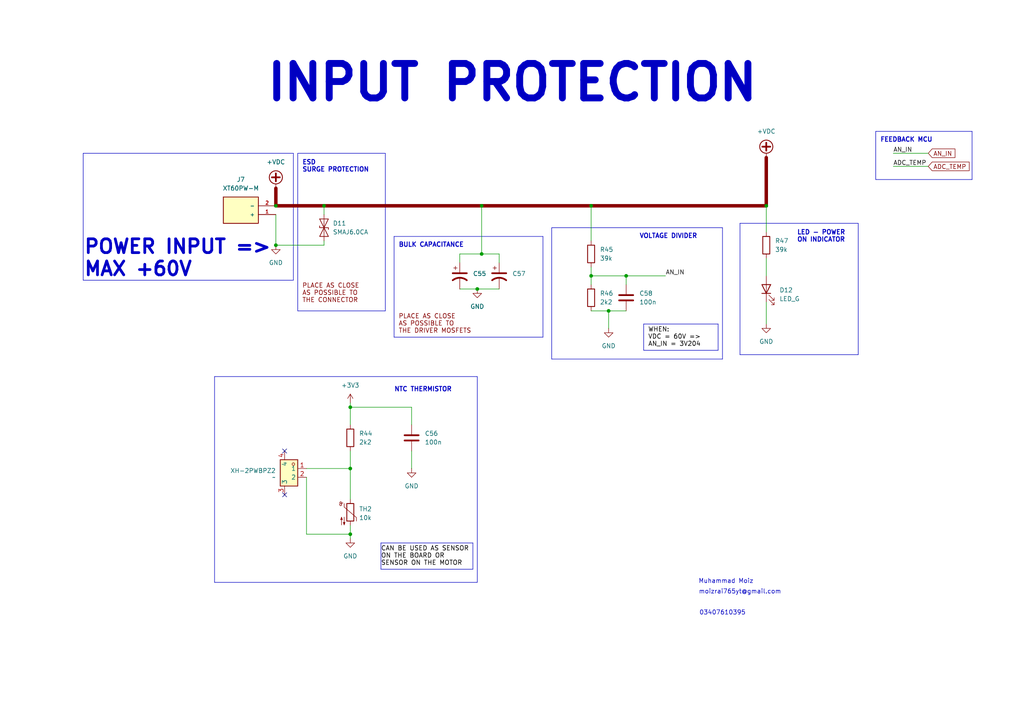
<source format=kicad_sch>
(kicad_sch (version 20231120) (generator "eeschema") (generator_version "8.0")
  (paper "A4")
  (title_block (title "INPUT PROTECTION") (date "2025-02-03") (rev "rev01_1") (company "coVenture"))
  (lib_symbols
    (symbol "Device:C" (pin_numbers hide) (pin_names (offset 0.254))
      (property "Reference" "C" (at 0.635 2.54 0))
      (property "Value" "C" (at 0.635 -2.54 0))
      (symbol "C_0_1"
        (polyline (pts (xy -2.032 -0.762) (xy 2.032 -0.762)) (stroke (width 0.508)))
        (polyline (pts (xy -2.032 0.762) (xy 2.032 0.762)) (stroke (width 0.508)))
      )
      (symbol "C_1_1"
        (pin passive line (at 0 3.81 270) (length 2.794) (name "~") (number "1"))
        (pin passive line (at 0 -3.81 90) (length 2.794) (name "~") (number "2"))
      )
    )
    (symbol "Device:C_Polarized_US" (pin_numbers hide) (pin_names (offset 0.254) hide)
      (property "Reference" "C" (at 0.635 2.54 0))
      (property "Value" "C_Polarized_US" (at 0.635 -2.54 0))
      (symbol "C_Polarized_US_0_1"
        (polyline (pts (xy -2.032 0.762) (xy 2.032 0.762)) (stroke (width 0.508)))
        (polyline (pts (xy -1.778 2.286) (xy -0.762 2.286)))
        (polyline (pts (xy -1.27 1.778) (xy -1.27 2.794)))
        (arc (start 2.032 -1.27) (mid 0 -0.5572) (end -2.032 -1.27) (stroke (width 0.508)))
      )
      (symbol "C_Polarized_US_1_1"
        (pin passive line (at 0 3.81 270) (length 2.794) (name "~") (number "1"))
        (pin passive line (at 0 -3.81 90) (length 3.302) (name "~") (number "2"))
      )
    )
    (symbol "Device:LED" (pin_numbers hide) (pin_names (offset 1.016) hide)
      (property "Reference" "D" (at 0 2.54 0))
      (property "Value" "LED" (at 0 -2.54 0))
      (symbol "LED_0_1"
        (polyline (pts (xy -1.27 -1.27) (xy -1.27 1.27)) (stroke (width 0.254)))
        (polyline (pts (xy -1.27 0) (xy 1.27 0)))
        (polyline (pts (xy 1.27 -1.27) (xy 1.27 1.27) (xy -1.27 0) (xy 1.27 -1.27)) (stroke (width 0.254)))
        (polyline (pts (xy -3.048 -0.762) (xy -4.572 -2.286) (xy -3.81 -2.286) (xy -4.572 -2.286) (xy -4.572 -1.524)))
        (polyline (pts (xy -1.778 -0.762) (xy -3.302 -2.286) (xy -2.54 -2.286) (xy -3.302 -2.286) (xy -3.302 -1.524)))
      )
      (symbol "LED_1_1"
        (pin passive line (at -3.81 0 0) (length 2.54) (name "K") (number "1"))
        (pin passive line (at 3.81 0 180) (length 2.54) (name "A") (number "2"))
      )
    )
    (symbol "Device:R" (pin_numbers hide) (pin_names (offset 0))
      (property "Reference" "R" (at 2.032 0 90))
      (property "Value" "R" (at 0 0 90))
      (symbol "R_0_1"
        (rectangle (start -1.016 -2.54) (end 1.016 2.54) (stroke (width 0.254)))
      )
      (symbol "R_1_1"
        (pin passive line (at 0 3.81 270) (length 1.27) (name "~") (number "1"))
        (pin passive line (at 0 -3.81 90) (length 1.27) (name "~") (number "2"))
      )
    )
    (symbol "Device:Thermistor_NTC" (pin_numbers hide) (pin_names (offset 0))
      (property "Reference" "TH" (at -4.445 0 90))
      (property "Value" "Thermistor_NTC" (at 3.175 0 90))
      (symbol "Thermistor_NTC_0_1"
        (arc (start -3.048 2.159) (mid -3.0495 2.3143) (end -3.175 2.413))
        (arc (start -3.048 2.159) (mid -2.9736 1.9794) (end -2.794 1.905))
        (arc (start -3.048 2.794) (mid -2.9736 2.6144) (end -2.794 2.54))
        (arc (start -2.794 1.905) (mid -2.6144 1.9794) (end -2.54 2.159))
        (arc (start -2.794 2.54) (mid -2.4393 2.5587) (end -2.159 2.794))
        (arc (start -2.794 3.048) (mid -2.9736 2.9736) (end -3.048 2.794))
        (arc (start -2.54 2.794) (mid -2.6144 2.9736) (end -2.794 3.048))
        (rectangle (start -1.016 2.54) (end 1.016 -2.54) (stroke (width 0.254)))
        (polyline (pts (xy -2.54 2.159) (xy -2.54 2.794)))
        (polyline (pts (xy -1.778 2.54) (xy -1.778 1.524) (xy 1.778 -1.524) (xy 1.778 -2.54)))
        (polyline (pts (xy -2.54 -3.683) (xy -2.54 -1.397) (xy -2.794 -2.159) (xy -2.286 -2.159) (xy -2.54 -1.397) (xy -2.54 -1.651)) (fill (type outline)))
        (polyline (pts (xy -1.778 -1.397) (xy -1.778 -3.683) (xy -2.032 -2.921) (xy -1.524 -2.921) (xy -1.778 -3.683) (xy -1.778 -3.429)) (fill (type outline)))
      )
      (symbol "Thermistor_NTC_1_1"
        (pin passive line (at 0 3.81 270) (length 1.27) (name "~") (number "1"))
        (pin passive line (at 0 -3.81 90) (length 1.27) (name "~") (number "2"))
      )
    )
    (symbol "Diode:SMAJ6.0CA" (pin_numbers hide) (pin_names (offset 1.016) hide)
      (property "Reference" "D" (at 0 2.54 0))
      (property "Value" "SMAJ6.0CA" (at 0 -2.54 0))
      (symbol "SMAJ6.0CA_0_1"
        (polyline (pts (xy 1.27 0) (xy -1.27 0)))
        (polyline (pts (xy -2.54 -1.27) (xy 0 0) (xy -2.54 1.27) (xy -2.54 -1.27)) (stroke (width 0.2032)))
        (polyline (pts (xy 0.508 1.27) (xy 0 1.27) (xy 0 -1.27) (xy -0.508 -1.27)) (stroke (width 0.2032)))
        (polyline (pts (xy 2.54 1.27) (xy 2.54 -1.27) (xy 0 0) (xy 2.54 1.27)) (stroke (width 0.2032)))
      )
      (symbol "SMAJ6.0CA_1_1"
        (pin passive line (at -3.81 0 0) (length 2.54) (name "A1") (number "1"))
        (pin passive line (at 3.81 0 180) (length 2.54) (name "A2") (number "2"))
      )
    )
    (symbol "XH-2PWBPZ_1"
      (property "Reference" "XH-2PWBPZ" (at 0 1.524 0))
      (symbol "XH-2PWBPZ_1_0_1"
        (circle (center 6.35 -6.35) (radius 0.381))
      )
      (symbol "XH-2PWBPZ_1_1_1"
        (polyline (pts (xy 5.08 -5.08) (xy 5.08 -12.7) (xy 10.16 -12.7) (xy 10.16 -5.08) (xy 5.08 -5.08)) (stroke (width 0.254) (color 132 0 0 1)) (fill (type background)))
        (pin input line (at 2.54 -7.62 0) (length 2.54) (name "1") (number "1"))
        (pin input line (at 2.54 -10.16 0) (length 2.54) (name "2") (number "2"))
        (pin input line (at 8.89 -15.24 90) (length 2.54) (name "3") (number "3"))
        (pin input line (at 8.89 -2.54 270) (length 2.54) (name "4") (number "4"))
      )
    )
    (symbol "XT60PW-M:XT60PW-M" (pin_names (offset 1.016))
      (property "Reference" "J" (at -5.08 5.7234 0))
      (property "Value" "XT60PW-M" (at -5.08 -5.0923 0))
      (symbol "XT60PW-M_0_0"
        (rectangle (start -5.08 -2.54) (end 5.08 5.08) (stroke (width 0.254)) (fill (type background)))
        (pin passive line (at -10.16 2.54 0) (length 5.08) (name "+") (number "1"))
        (pin passive line (at -10.16 0 0) (length 5.08) (name "-") (number "2"))
      )
    )
    (symbol "power:+3V3" (power) (pin_numbers hide) (pin_names (offset 0) hide)
      (property "Value" "+3V3" (at 0 3.556 0))
      (symbol "+3V3_0_1"
        (polyline (pts (xy -0.762 1.27) (xy 0 2.54)))
        (polyline (pts (xy 0 0) (xy 0 2.54)))
        (polyline (pts (xy 0 2.54) (xy 0.762 1.27)))
      )
      (symbol "+3V3_1_1"
        (pin power_in line (at 0 0 90) (length 0) (name "~") (number "1"))
      )
    )
    (symbol "power:+VDC" (power) (pin_numbers hide) (pin_names (offset 0) hide)
      (property "Value" "+VDC" (at 0 6.35 0))
      (symbol "+VDC_0_1"
        (polyline (pts (xy -1.143 3.175) (xy 1.143 3.175)) (stroke (width 0.508)))
        (polyline (pts (xy 0 0) (xy 0 1.27)))
        (polyline (pts (xy 0 2.032) (xy 0 4.318)) (stroke (width 0.508)))
        (circle (center 0 3.175) (radius 1.905) (stroke (width 0.254)))
      )
      (symbol "+VDC_1_1"
        (pin power_in line (at 0 0 90) (length 0) (name "~") (number "1"))
      )
    )
    (symbol "power:GND" (power) (pin_numbers hide) (pin_names (offset 0) hide)
      (property "Value" "GND" (at 0 -3.81 0))
      (symbol "GND_0_1"
        (polyline (pts (xy 0 0) (xy 0 -1.27) (xy 1.27 -1.27) (xy 0 -2.54) (xy -1.27 -1.27) (xy 0 -1.27)))
      )
      (symbol "GND_1_1"
        (pin power_in line (at 0 0 270) (length 0) (name "~") (number "1"))
      )
    )
  )
  (junction (at 138.43 83.82))
  (junction (at 171.45 80.01))
  (junction (at 139.7 59.69))
  (junction (at 80.01 59.69))
  (junction (at 101.6 154.94))
  (junction (at 80.01 71.12))
  (junction (at 222.25 59.69))
  (junction (at 101.6 135.89))
  (junction (at 181.61 80.01))
  (junction (at 176.53 90.17))
  (junction (at 171.45 59.69))
  (junction (at 93.98 59.69))
  (junction (at 139.7 73.66))
  (junction (at 101.6 118.11))
  (no_connect (at 82.55 143.51))
  (no_connect (at 82.55 130.81))
  (wire (pts (xy 133.35 83.82) (xy 138.43 83.82)))
  (polyline (pts (xy 110.49 157.48) (xy 137.16 157.48)))
  (polyline (pts (xy 111.76 90.17) (xy 111.76 44.45)))
  (wire (pts (xy 93.98 69.85) (xy 93.98 71.12)))
  (wire (pts (xy 88.9 138.43) (xy 88.9 154.94)))
  (wire (pts (xy 88.9 154.94) (xy 101.6 154.94)))
  (polyline (pts (xy 86.36 44.45) (xy 111.76 44.45)))
  (wire (pts (xy 138.43 83.82) (xy 144.78 83.82)))
  (wire (pts (xy 133.35 76.2) (xy 133.35 73.66)))
  (wire (pts (xy 93.98 59.69) (xy 139.7 59.69)) (stroke (width 1) (color 132 0 0 1)))
  (wire (pts (xy 171.45 80.01) (xy 171.45 82.55)))
  (wire (pts (xy 222.25 59.69) (xy 222.25 67.31)))
  (wire (pts (xy 101.6 152.4) (xy 101.6 154.94)))
  (polyline (pts (xy 186.69 93.98) (xy 186.69 101.6)))
  (wire (pts (xy 144.78 73.66) (xy 144.78 76.2)))
  (polyline (pts (xy 214.63 64.77) (xy 214.63 102.87)))
  (wire (pts (xy 101.6 154.94) (xy 101.6 156.21)))
  (wire (pts (xy 222.25 87.63) (xy 222.25 93.98)))
  (polyline (pts (xy 254 52.07) (xy 281.94 52.07)))
  (polyline (pts (xy 85.09 81.28) (xy 85.09 44.45)))
  (wire (pts (xy 181.61 80.01) (xy 193.04 80.01)))
  (wire (pts (xy 80.01 62.23) (xy 80.01 71.12)))
  (polyline (pts (xy 110.49 165.1) (xy 137.16 165.1)))
  (wire (pts (xy 171.45 59.69) (xy 222.25 59.69)) (stroke (width 1) (color 132 0 0 1)))
  (polyline (pts (xy 254 38.1) (xy 281.94 38.1)))
  (wire (pts (xy 119.38 118.11) (xy 101.6 118.11)))
  (wire (pts (xy 259.08 48.26) (xy 269.24 48.26)))
  (polyline (pts (xy 209.55 104.14) (xy 209.55 66.04)))
  (polyline (pts (xy 186.69 101.6) (xy 208.28 101.6)))
  (wire (pts (xy 119.38 123.19) (xy 119.38 118.11)))
  (wire (pts (xy 176.53 90.17) (xy 181.61 90.17)))
  (wire (pts (xy 139.7 73.66) (xy 144.78 73.66)))
  (wire (pts (xy 133.35 73.66) (xy 139.7 73.66)))
  (polyline (pts (xy 186.69 93.98) (xy 208.28 93.98)))
  (polyline (pts (xy 62.23 109.22) (xy 62.23 168.91)))
  (polyline (pts (xy 138.43 168.91) (xy 138.43 109.22)))
  (wire (pts (xy 181.61 80.01) (xy 171.45 80.01)))
  (polyline (pts (xy 248.92 102.87) (xy 248.92 64.77)))
  (wire (pts (xy 88.9 135.89) (xy 101.6 135.89)))
  (polyline (pts (xy 160.02 66.04) (xy 160.02 104.14)))
  (polyline (pts (xy 24.13 81.28) (xy 85.09 81.28)))
  (polyline (pts (xy 24.13 44.45) (xy 24.13 81.28)))
  (polyline (pts (xy 86.36 44.45) (xy 86.36 90.17)))
  (wire (pts (xy 139.7 59.69) (xy 139.7 73.66)))
  (wire (pts (xy 171.45 59.69) (xy 171.45 69.85)))
  (polyline (pts (xy 214.63 102.87) (xy 248.92 102.87)))
  (wire (pts (xy 171.45 77.47) (xy 171.45 80.01)))
  (wire (pts (xy 93.98 62.23) (xy 93.98 59.69)))
  (wire (pts (xy 101.6 118.11) (xy 101.6 123.19)))
  (polyline (pts (xy 114.3 68.58) (xy 157.48 68.58)))
  (polyline (pts (xy 281.94 52.07) (xy 281.94 38.1)))
  (polyline (pts (xy 160.02 104.14) (xy 209.55 104.14)))
  (wire (pts (xy 222.25 74.93) (xy 222.25 80.01)))
  (polyline (pts (xy 86.36 90.17) (xy 111.76 90.17)))
  (polyline (pts (xy 62.23 168.91) (xy 138.43 168.91)))
  (polyline (pts (xy 24.13 44.45) (xy 85.09 44.45)))
  (polyline (pts (xy 114.3 68.58) (xy 114.3 97.79)))
  (wire (pts (xy 171.45 90.17) (xy 176.53 90.17)))
  (polyline (pts (xy 160.02 66.04) (xy 209.55 66.04)))
  (wire (pts (xy 119.38 130.81) (xy 119.38 135.89)))
  (wire (pts (xy 101.6 118.11) (xy 101.6 116.84)))
  (polyline (pts (xy 208.28 101.6) (xy 208.28 93.98)))
  (wire (pts (xy 181.61 82.55) (xy 181.61 80.01)))
  (polyline (pts (xy 214.63 64.77) (xy 248.92 64.77)))
  (wire (pts (xy 101.6 135.89) (xy 101.6 144.78)))
  (wire (pts (xy 93.98 71.12) (xy 80.01 71.12)))
  (wire (pts (xy 101.6 130.81) (xy 101.6 135.89)))
  (polyline (pts (xy 157.48 97.79) (xy 157.48 68.58)))
  (wire (pts (xy 80.01 54.61) (xy 80.01 59.69)) (stroke (width 1) (color 132 0 0 1)))
  (wire (pts (xy 259.08 44.45) (xy 269.24 44.45)))
  (wire (pts (xy 222.25 45.72) (xy 222.25 59.69)) (stroke (width 1) (color 132 0 0 1)))
  (polyline (pts (xy 110.49 157.48) (xy 110.49 165.1)))
  (wire (pts (xy 139.7 59.69) (xy 171.45 59.69)) (stroke (width 1) (color 132 0 0 1)))
  (wire (pts (xy 80.01 59.69) (xy 93.98 59.69)) (stroke (width 1) (color 132 0 0 1)))
  (polyline (pts (xy 137.16 165.1) (xy 137.16 157.48)))
  (polyline (pts (xy 114.3 97.79) (xy 157.48 97.79)))
  (polyline (pts (xy 254 38.1) (xy 254 52.07)))
  (polyline (pts (xy 62.23 109.22) (xy 138.43 109.22)))
  (wire (pts (xy 176.53 90.17) (xy 176.53 95.25)))
  (text "VOLTAGE DIVIDER" (at 185.42 68.58 0) (effects (font (size 1.3 1.3) (thickness 0.26) (bold yes)) (justify left)))
  (text "Muhammad Moiz\n" (at 210.566 168.656 0) (effects (font (size 1.27 1.27))))
  (text "POWER INPUT =>\nMAX +60V" (at 24.13 74.93 0) (effects (font (size 4 4) (thickness 0.8) (bold yes)) (justify left)))
  (text "ESD\nSURGE PROTECTION" (at 87.63 48.26 0) (effects (font (size 1.3 1.3) (thickness 0.26) (bold yes)) (justify left)))
  (text "WHEN:\nVDC = 60V =>\nAN_IN = 3V204" (at 187.96 97.79 0) (effects (font (size 1.3 1.3) (thickness 0.1625)) (justify left)))
  (text "NTC THERMISTOR" (at 114.3 113.03 0) (effects (font (size 1.3 1.3) (thickness 0.26) (bold yes)) (justify left)))
  (text "moizrai765yt@gmail.com\n" (at 214.63 171.704 0) (effects (font (size 1.27 1.27))))
  (text "PLACE AS CLOSE\nAS POSSIBLE TO\nTHE CONNECTOR" (at 87.63 85.09 0) (effects (font (size 1.3 1.3) (thickness 0.1625)) (justify left)))
  (text "INPUT PROTECTION" (at 148.59 24.13 0) (effects (font (size 10 10) (thickness 2) (bold yes))))
  (text "FEEDBACK MCU" (at 255.27 40.64 0) (effects (font (size 1.3 1.3) (thickness 0.26) (bold yes)) (justify left)))
  (text "BULK CAPACITANCE" (at 115.57 71.12 0) (effects (font (size 1.3 1.3) (thickness 0.26) (bold yes)) (justify left)))
  (text "CAN BE USED AS SENSOR\nON THE BOARD OR\nSENSOR ON THE MOTOR" (at 110.49 161.29 0) (effects (font (size 1.3 1.3) (thickness 0.1625)) (justify left)))
  (text "PLACE AS CLOSE\nAS POSSIBLE TO\nTHE DRIVER MOSFETS" (at 115.57 93.98 0) (effects (font (size 1.3 1.3) (thickness 0.1625)) (justify left)))
  (text "LED - POWER \nON INDICATOR" (at 231.14 68.58 0) (effects (font (size 1.3 1.3) (thickness 0.26) (bold yes)) (justify left)))
  (text "03407610395\n" (at 209.55 177.8 0) (effects (font (size 1.27 1.27))))
  (label "ADC_TEMP" (at 259.08 48.26 0))
  (label "AN_IN" (at 259.08 44.45 0))
  (label "AN_IN" (at 193.04 80.01 0))
  (global_label "ADC_TEMP" (shape input) (at 269.24 48.26 0) (property "Intersheetrefs" "${INTERSHEET_REFS}" (effects (hide yes))))
  (global_label "AN_IN" (shape input) (at 269.24 44.45 0) (property "Intersheetrefs" "${INTERSHEET_REFS}" (effects (hide yes))))
  (symbol (lib_id "power:GND") (at 138.43 83.82 0) (unit 1)
    (property "Reference" "#PWR088" (effects (hide yes)))
    (property "Value" "GND" (at 138.43 88.9 0))
    (property "Description" "Power symbol creates a global label with name \"GND\" , ground" (effects (hide yes)))
  )
  (symbol (lib_id "power:GND") (at 222.25 93.98 0) (unit 1)
    (property "Reference" "#PWR092" (effects (hide yes)))
    (property "Value" "GND" (at 222.25 99.06 0))
    (property "Description" "Power symbol creates a global label with name \"GND\" , ground" (effects (hide yes)))
  )
  (symbol (lib_id "Device:C") (at 181.61 86.36 0) (unit 1)
    (property "Reference" "C58" (at 185.42 85.0899 0) (effects (justify left)))
    (property "Value" "100n" (at 185.42 87.6299 0) (effects (justify left)))
    (property "Description" "Unpolarized capacitor" (effects (hide yes)))
  )
  (symbol (lib_id "Device:C_Polarized_US") (at 133.35 80.01 0) (unit 1)
    (property "Reference" "C55" (at 137.16 79.3749 0) (effects (justify left)))
    (property "Value" "C_Polarized_US" (effects (hide yes)))
    (property "Description" "Polarized capacitor, US symbol" (effects (hide yes)))
  )
  (symbol (lib_id "XT60PW-M:XT60PW-M") (at 69.85 59.69 180) (unit 1)
    (property "Reference" "J7" (at 69.85 52.07 0))
    (property "Value" "XT60PW-M" (at 69.85 54.61 0))
    (property "Footprint" "XT60PW-M:AMASS_XT60PW-M" (effects (hide yes)))
    (property "MF" "AMASS" (effects (hide yes)))
    (property "MAXIMUM_PACKAGE_HEIGHT" "8.4 mm" (effects (hide yes)))
    (property "Package" "Package" (effects (hide yes)))
    (property "Price" "None" (effects (hide yes)))
    (property "Check_prices" "https://www.snapeda.com/parts/XT60PW-M/AMASS/view-part/?ref=eda" (effects (hide yes)))
    (property "STANDARD" "Manufacturer recommendations" (effects (hide yes)))
    (property "PARTREV" "V1.2" (effects (hide yes)))
    (property "SnapEDA_Link" "https://www.snapeda.com/parts/XT60PW-M/AMASS/view-part/?ref=snap" (effects (hide yes)))
    (property "MP" "XT60PW-M" (effects (hide yes)))
    (property "Description_1" "\n                        \n                            Socket, DC supply, male, PIN: 2\n                        \n" (effects (hide yes)))
    (property "Availability" "Not in stock" (effects (hide yes)))
    (property "MANUFACTURER" "AMASS" (effects (hide yes)))
  )
  (symbol (lib_id "power:+3V3") (at 101.6 116.84 0) (unit 1)
    (property "Reference" "#PWR086" (effects (hide yes)))
    (property "Value" "+3V3" (at 101.6 111.76 0))
    (property "Description" "Power symbol creates a global label with name \"+3V3\"" (effects (hide yes)))
  )
  (symbol (lib_id "power:GND") (at 119.38 135.89 0) (unit 1)
    (property "Reference" "#PWR090" (effects (hide yes)))
    (property "Value" "GND" (at 119.38 140.97 0))
    (property "Description" "Power symbol creates a global label with name \"GND\" , ground" (effects (hide yes)))
  )
  (symbol (lib_id "Device:R") (at 101.6 127 0) (unit 1)
    (property "Reference" "R44" (at 104.14 125.7299 0) (effects (justify left)))
    (property "Value" "2k2" (at 104.14 128.2699 0) (effects (justify left)))
    (property "Description" "Resistor" (effects (hide yes)))
  )
  (symbol (lib_id "power:GND") (at 80.01 71.12 0) (unit 1)
    (property "Reference" "#PWR085" (effects (hide yes)))
    (property "Value" "GND" (at 80.01 76.2 0))
    (property "Description" "Power symbol creates a global label with name \"GND\" , ground" (effects (hide yes)))
  )
  (symbol (lib_id "Device:C") (at 119.38 127 0) (unit 1)
    (property "Reference" "C56" (at 123.19 125.7299 0) (effects (justify left)))
    (property "Value" "100n" (at 123.19 128.2699 0) (effects (justify left)))
    (property "Description" "Unpolarized capacitor" (effects (hide yes)))
  )
  (symbol (lib_name "XH-2PWBPZ_1") (lib_id "XH-2PWBPZ:XH-2PWBPZ") (at 91.44 128.27 0) (mirror y) (unit 1)
    (property "Reference" "XH-2PWBPZ2" (at 80.01 136.5249 0) (effects (justify left)))
    (property "Value" "~" (at 80.01 138.43 0) (effects (justify left)))
  )
  (symbol (lib_id "Device:R") (at 171.45 86.36 0) (unit 1)
    (property "Reference" "R46" (at 173.99 85.0899 0) (effects (justify left)))
    (property "Value" "2k2" (at 173.99 87.6299 0) (effects (justify left)))
    (property "Description" "Resistor" (effects (hide yes)))
  )
  (symbol (lib_id "Device:LED") (at 222.25 83.82 90) (unit 1)
    (property "Reference" "D12" (at 226.06 84.1374 90) (effects (justify right)))
    (property "Value" "LED_G" (at 226.06 86.6774 90) (effects (justify right)))
    (property "Description" "Light emitting diode" (effects (hide yes)))
  )
  (symbol (lib_id "Device:R") (at 171.45 73.66 0) (unit 1)
    (property "Reference" "R45" (at 173.99 72.3899 0) (effects (justify left)))
    (property "Value" "39k" (at 173.99 74.9299 0) (effects (justify left)))
    (property "Description" "Resistor" (effects (hide yes)))
  )
  (symbol (lib_id "Device:C_Polarized_US") (at 144.78 80.01 0) (unit 1)
    (property "Reference" "C57" (at 148.59 79.3749 0) (effects (justify left)))
    (property "Value" "C_Polarized_US" (effects (hide yes)))
    (property "Description" "Polarized capacitor, US symbol" (effects (hide yes)))
  )
  (symbol (lib_id "power:GND") (at 176.53 95.25 0) (unit 1)
    (property "Reference" "#PWR091" (effects (hide yes)))
    (property "Value" "GND" (at 176.53 100.33 0))
    (property "Description" "Power symbol creates a global label with name \"GND\" , ground" (effects (hide yes)))
  )
  (symbol (lib_id "Device:Thermistor_NTC") (at 101.6 148.59 0) (unit 1)
    (property "Reference" "TH2" (at 104.14 147.6374 0) (effects (justify left)))
    (property "Value" "10k" (at 104.14 150.1774 0) (effects (justify left)))
    (property "Description" "Temperature dependent resistor, negative temperature coefficient" (effects (hide yes)))
  )
  (symbol (lib_id "Diode:SMAJ6.0CA") (at 93.98 66.04 90) (unit 1)
    (property "Reference" "D11" (at 96.52 64.7699 90) (effects (justify right)))
    (property "Value" "SMAJ6.0CA" (at 96.52 67.3099 90) (effects (justify right)))
    (property "Footprint" "Diode_SMD:D_SMA" (effects (hide yes)))
    (property "Datasheet" "https://www.littelfuse.com/media?resourcetype=datasheets&itemid=75e32973-b177-4ee3-a0ff-cedaf1abdb93&filename=smaj-datasheet" (effects (hide yes)))
    (property "Description" "400W bidirectional Transient Voltage Suppressor, 6.0Vr, SMA(DO-214AC)" (effects (hide yes)))
  )
  (symbol (lib_id "power:+VDC") (at 80.01 54.61 0) (unit 1)
    (property "Reference" "#PWR084" (effects (hide yes)))
    (property "Value" "+VDC" (at 80.01 46.99 0))
    (property "Description" "Power symbol creates a global label with name \"+VDC\"" (effects (hide yes)))
  )
  (symbol (lib_id "power:GND") (at 101.6 156.21 0) (unit 1)
    (property "Reference" "#PWR089" (effects (hide yes)))
    (property "Value" "GND" (at 101.6 161.29 0))
    (property "Description" "Power symbol creates a global label with name \"GND\" , ground" (effects (hide yes)))
  )
  (symbol (lib_id "power:+VDC") (at 222.25 45.72 0) (unit 1)
    (property "Reference" "#PWR087" (effects (hide yes)))
    (property "Value" "+VDC" (at 222.25 38.1 0))
    (property "Description" "Power symbol creates a global label with name \"+VDC\"" (effects (hide yes)))
  )
  (symbol (lib_id "Device:R") (at 222.25 71.12 0) (unit 1)
    (property "Reference" "R47" (at 224.79 69.8499 0) (effects (justify left)))
    (property "Value" "39k" (at 224.79 72.3899 0) (effects (justify left)))
    (property "Description" "Resistor" (effects (hide yes)))
  )
)
</source>
